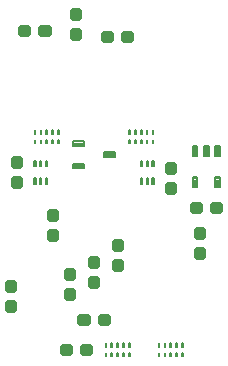
<source format=gbr>
G04 EAGLE Gerber RS-274X export*
G75*
%MOMM*%
%FSLAX34Y34*%
%LPD*%
%INSolderpaste Bottom*%
%IPPOS*%
%AMOC8*
5,1,8,0,0,1.08239X$1,22.5*%
G01*
%ADD10C,0.500000*%
%ADD11C,0.200000*%
%ADD12C,0.201000*%
%ADD13C,0.198000*%


D10*
X107500Y124500D02*
X107500Y118500D01*
X102500Y118500D01*
X102500Y124500D01*
X107500Y124500D01*
X107500Y123250D02*
X102500Y123250D01*
X107500Y135500D02*
X107500Y141500D01*
X107500Y135500D02*
X102500Y135500D01*
X102500Y141500D01*
X107500Y141500D01*
X107500Y140250D02*
X102500Y140250D01*
X-2500Y320500D02*
X-2500Y326500D01*
X2500Y326500D01*
X2500Y320500D01*
X-2500Y320500D01*
X-2500Y325250D02*
X2500Y325250D01*
X-2500Y309500D02*
X-2500Y303500D01*
X-2500Y309500D02*
X2500Y309500D01*
X2500Y303500D01*
X-2500Y303500D01*
X-2500Y308250D02*
X2500Y308250D01*
X23500Y302500D02*
X29500Y302500D01*
X23500Y302500D02*
X23500Y307500D01*
X29500Y307500D01*
X29500Y302500D01*
X29500Y307250D02*
X23500Y307250D01*
X40500Y302500D02*
X46500Y302500D01*
X40500Y302500D02*
X40500Y307500D01*
X46500Y307500D01*
X46500Y302500D01*
X46500Y307250D02*
X40500Y307250D01*
X-23500Y312500D02*
X-29500Y312500D01*
X-23500Y312500D02*
X-23500Y307500D01*
X-29500Y307500D01*
X-29500Y312500D01*
X-29500Y312250D02*
X-23500Y312250D01*
X-40500Y312500D02*
X-46500Y312500D01*
X-40500Y312500D02*
X-40500Y307500D01*
X-46500Y307500D01*
X-46500Y312500D01*
X-46500Y312250D02*
X-40500Y312250D01*
X-11500Y37500D02*
X-5500Y37500D01*
X-11500Y37500D02*
X-11500Y42500D01*
X-5500Y42500D01*
X-5500Y37500D01*
X-5500Y42250D02*
X-11500Y42250D01*
X5500Y37500D02*
X11500Y37500D01*
X5500Y37500D02*
X5500Y42500D01*
X11500Y42500D01*
X11500Y37500D01*
X11500Y42250D02*
X5500Y42250D01*
D11*
X24750Y45500D02*
X25250Y45500D01*
X25250Y42500D01*
X24750Y42500D01*
X24750Y45500D01*
X24750Y44400D02*
X25250Y44400D01*
X29750Y45500D02*
X30250Y45500D01*
X30250Y42500D01*
X29750Y42500D01*
X29750Y45500D01*
X29750Y44400D02*
X30250Y44400D01*
X34750Y45500D02*
X35250Y45500D01*
X35250Y42500D01*
X34750Y42500D01*
X34750Y45500D01*
X34750Y44400D02*
X35250Y44400D01*
X39750Y45500D02*
X40250Y45500D01*
X40250Y42500D01*
X39750Y42500D01*
X39750Y45500D01*
X39750Y44400D02*
X40250Y44400D01*
X44750Y45500D02*
X45250Y45500D01*
X45250Y42500D01*
X44750Y42500D01*
X44750Y45500D01*
X44750Y44400D02*
X45250Y44400D01*
X45250Y37500D02*
X44750Y37500D01*
X45250Y37500D02*
X45250Y34500D01*
X44750Y34500D01*
X44750Y37500D01*
X44750Y36400D02*
X45250Y36400D01*
X40250Y37500D02*
X39750Y37500D01*
X40250Y37500D02*
X40250Y34500D01*
X39750Y34500D01*
X39750Y37500D01*
X39750Y36400D02*
X40250Y36400D01*
X35250Y37500D02*
X34750Y37500D01*
X35250Y37500D02*
X35250Y34500D01*
X34750Y34500D01*
X34750Y37500D01*
X34750Y36400D02*
X35250Y36400D01*
X30250Y37500D02*
X29750Y37500D01*
X30250Y37500D02*
X30250Y34500D01*
X29750Y34500D01*
X29750Y37500D01*
X29750Y36400D02*
X30250Y36400D01*
X25250Y37500D02*
X24750Y37500D01*
X25250Y37500D02*
X25250Y34500D01*
X24750Y34500D01*
X24750Y37500D01*
X24750Y36400D02*
X25250Y36400D01*
X89750Y34500D02*
X90250Y34500D01*
X89750Y34500D02*
X89750Y37500D01*
X90250Y37500D01*
X90250Y34500D01*
X90250Y36400D02*
X89750Y36400D01*
X85250Y34500D02*
X84750Y34500D01*
X84750Y37500D01*
X85250Y37500D01*
X85250Y34500D01*
X85250Y36400D02*
X84750Y36400D01*
X80250Y34500D02*
X79750Y34500D01*
X79750Y37500D01*
X80250Y37500D01*
X80250Y34500D01*
X80250Y36400D02*
X79750Y36400D01*
X75250Y34500D02*
X74750Y34500D01*
X74750Y37500D01*
X75250Y37500D01*
X75250Y34500D01*
X75250Y36400D02*
X74750Y36400D01*
X70250Y34500D02*
X69750Y34500D01*
X69750Y37500D01*
X70250Y37500D01*
X70250Y34500D01*
X70250Y36400D02*
X69750Y36400D01*
X69750Y42500D02*
X70250Y42500D01*
X69750Y42500D02*
X69750Y45500D01*
X70250Y45500D01*
X70250Y42500D01*
X70250Y44400D02*
X69750Y44400D01*
X74750Y42500D02*
X75250Y42500D01*
X74750Y42500D02*
X74750Y45500D01*
X75250Y45500D01*
X75250Y42500D01*
X75250Y44400D02*
X74750Y44400D01*
X79750Y42500D02*
X80250Y42500D01*
X79750Y42500D02*
X79750Y45500D01*
X80250Y45500D01*
X80250Y42500D01*
X80250Y44400D02*
X79750Y44400D01*
X84750Y42500D02*
X85250Y42500D01*
X84750Y42500D02*
X84750Y45500D01*
X85250Y45500D01*
X85250Y42500D01*
X85250Y44400D02*
X84750Y44400D01*
X89750Y42500D02*
X90250Y42500D01*
X89750Y42500D02*
X89750Y45500D01*
X90250Y45500D01*
X90250Y42500D01*
X90250Y44400D02*
X89750Y44400D01*
D10*
X26500Y67500D02*
X20500Y67500D01*
X26500Y67500D02*
X26500Y62500D01*
X20500Y62500D01*
X20500Y67500D01*
X20500Y67250D02*
X26500Y67250D01*
X9500Y67500D02*
X3500Y67500D01*
X9500Y67500D02*
X9500Y62500D01*
X3500Y62500D01*
X3500Y67500D01*
X3500Y67250D02*
X9500Y67250D01*
X-52500Y73500D02*
X-52500Y79500D01*
X-52500Y73500D02*
X-57500Y73500D01*
X-57500Y79500D01*
X-52500Y79500D01*
X-52500Y78250D02*
X-57500Y78250D01*
X-52500Y90500D02*
X-52500Y96500D01*
X-52500Y90500D02*
X-57500Y90500D01*
X-57500Y96500D01*
X-52500Y96500D01*
X-52500Y95250D02*
X-57500Y95250D01*
X-22500Y150500D02*
X-22500Y156500D01*
X-17500Y156500D01*
X-17500Y150500D01*
X-22500Y150500D01*
X-22500Y155250D02*
X-17500Y155250D01*
X-22500Y139500D02*
X-22500Y133500D01*
X-22500Y139500D02*
X-17500Y139500D01*
X-17500Y133500D01*
X-22500Y133500D01*
X-22500Y138250D02*
X-17500Y138250D01*
X32500Y131500D02*
X32500Y125500D01*
X32500Y131500D02*
X37500Y131500D01*
X37500Y125500D01*
X32500Y125500D01*
X32500Y130250D02*
X37500Y130250D01*
X32500Y114500D02*
X32500Y108500D01*
X32500Y114500D02*
X37500Y114500D01*
X37500Y108500D01*
X32500Y108500D01*
X32500Y113250D02*
X37500Y113250D01*
D11*
X44750Y225500D02*
X45250Y225500D01*
X45250Y222500D01*
X44750Y222500D01*
X44750Y225500D01*
X44750Y224400D02*
X45250Y224400D01*
X49750Y225500D02*
X50250Y225500D01*
X50250Y222500D01*
X49750Y222500D01*
X49750Y225500D01*
X49750Y224400D02*
X50250Y224400D01*
X54750Y225500D02*
X55250Y225500D01*
X55250Y222500D01*
X54750Y222500D01*
X54750Y225500D01*
X54750Y224400D02*
X55250Y224400D01*
X59750Y225500D02*
X60250Y225500D01*
X60250Y222500D01*
X59750Y222500D01*
X59750Y225500D01*
X59750Y224400D02*
X60250Y224400D01*
X64750Y225500D02*
X65250Y225500D01*
X65250Y222500D01*
X64750Y222500D01*
X64750Y225500D01*
X64750Y224400D02*
X65250Y224400D01*
X65250Y217500D02*
X64750Y217500D01*
X65250Y217500D02*
X65250Y214500D01*
X64750Y214500D01*
X64750Y217500D01*
X64750Y216400D02*
X65250Y216400D01*
X60250Y217500D02*
X59750Y217500D01*
X60250Y217500D02*
X60250Y214500D01*
X59750Y214500D01*
X59750Y217500D01*
X59750Y216400D02*
X60250Y216400D01*
X55250Y217500D02*
X54750Y217500D01*
X55250Y217500D02*
X55250Y214500D01*
X54750Y214500D01*
X54750Y217500D01*
X54750Y216400D02*
X55250Y216400D01*
X50250Y217500D02*
X49750Y217500D01*
X50250Y217500D02*
X50250Y214500D01*
X49750Y214500D01*
X49750Y217500D01*
X49750Y216400D02*
X50250Y216400D01*
X45250Y217500D02*
X44750Y217500D01*
X45250Y217500D02*
X45250Y214500D01*
X44750Y214500D01*
X44750Y217500D01*
X44750Y216400D02*
X45250Y216400D01*
X-14750Y214500D02*
X-15250Y214500D01*
X-15250Y217500D01*
X-14750Y217500D01*
X-14750Y214500D01*
X-14750Y216400D02*
X-15250Y216400D01*
X-19750Y214500D02*
X-20250Y214500D01*
X-20250Y217500D01*
X-19750Y217500D01*
X-19750Y214500D01*
X-19750Y216400D02*
X-20250Y216400D01*
X-24750Y214500D02*
X-25250Y214500D01*
X-25250Y217500D01*
X-24750Y217500D01*
X-24750Y214500D01*
X-24750Y216400D02*
X-25250Y216400D01*
X-29750Y214500D02*
X-30250Y214500D01*
X-30250Y217500D01*
X-29750Y217500D01*
X-29750Y214500D01*
X-29750Y216400D02*
X-30250Y216400D01*
X-34750Y214500D02*
X-35250Y214500D01*
X-35250Y217500D01*
X-34750Y217500D01*
X-34750Y214500D01*
X-34750Y216400D02*
X-35250Y216400D01*
X-35250Y222500D02*
X-34750Y222500D01*
X-35250Y222500D02*
X-35250Y225500D01*
X-34750Y225500D01*
X-34750Y222500D01*
X-34750Y224400D02*
X-35250Y224400D01*
X-30250Y222500D02*
X-29750Y222500D01*
X-30250Y222500D02*
X-30250Y225500D01*
X-29750Y225500D01*
X-29750Y222500D01*
X-29750Y224400D02*
X-30250Y224400D01*
X-25250Y222500D02*
X-24750Y222500D01*
X-25250Y222500D02*
X-25250Y225500D01*
X-24750Y225500D01*
X-24750Y222500D01*
X-24750Y224400D02*
X-25250Y224400D01*
X-20250Y222500D02*
X-19750Y222500D01*
X-20250Y222500D02*
X-20250Y225500D01*
X-19750Y225500D01*
X-19750Y222500D01*
X-19750Y224400D02*
X-20250Y224400D01*
X-15250Y222500D02*
X-14750Y222500D01*
X-15250Y222500D02*
X-15250Y225500D01*
X-14750Y225500D01*
X-14750Y222500D01*
X-14750Y224400D02*
X-15250Y224400D01*
D10*
X-2500Y89500D02*
X-2500Y83500D01*
X-7500Y83500D01*
X-7500Y89500D01*
X-2500Y89500D01*
X-2500Y88250D02*
X-7500Y88250D01*
X-2500Y100500D02*
X-2500Y106500D01*
X-2500Y100500D02*
X-7500Y100500D01*
X-7500Y106500D01*
X-2500Y106500D01*
X-2500Y105250D02*
X-7500Y105250D01*
X12500Y110500D02*
X12500Y116500D01*
X17500Y116500D01*
X17500Y110500D01*
X12500Y110500D01*
X12500Y115250D02*
X17500Y115250D01*
X12500Y99500D02*
X12500Y93500D01*
X12500Y99500D02*
X17500Y99500D01*
X17500Y93500D01*
X12500Y93500D01*
X12500Y98250D02*
X17500Y98250D01*
D12*
X65495Y180255D02*
X65495Y184945D01*
X65495Y180255D02*
X64505Y180255D01*
X64505Y184945D01*
X65495Y184945D01*
X65495Y182164D02*
X64505Y182164D01*
X64505Y184073D02*
X65495Y184073D01*
X60495Y184945D02*
X60495Y180255D01*
X59505Y180255D01*
X59505Y184945D01*
X60495Y184945D01*
X60495Y182164D02*
X59505Y182164D01*
X59505Y184073D02*
X60495Y184073D01*
X55495Y184945D02*
X55495Y180255D01*
X54505Y180255D01*
X54505Y184945D01*
X55495Y184945D01*
X55495Y182164D02*
X54505Y182164D01*
X54505Y184073D02*
X55495Y184073D01*
X55495Y195055D02*
X55495Y199745D01*
X55495Y195055D02*
X54505Y195055D01*
X54505Y199745D01*
X55495Y199745D01*
X55495Y196964D02*
X54505Y196964D01*
X54505Y198873D02*
X55495Y198873D01*
X60495Y199745D02*
X60495Y195055D01*
X59505Y195055D01*
X59505Y199745D01*
X60495Y199745D01*
X60495Y196964D02*
X59505Y196964D01*
X59505Y198873D02*
X60495Y198873D01*
X65495Y199745D02*
X65495Y195055D01*
X64505Y195055D01*
X64505Y199745D01*
X65495Y199745D01*
X65495Y196964D02*
X64505Y196964D01*
X64505Y198873D02*
X65495Y198873D01*
X-24505Y184945D02*
X-24505Y180255D01*
X-25495Y180255D01*
X-25495Y184945D01*
X-24505Y184945D01*
X-24505Y182164D02*
X-25495Y182164D01*
X-25495Y184073D02*
X-24505Y184073D01*
X-29505Y184945D02*
X-29505Y180255D01*
X-30495Y180255D01*
X-30495Y184945D01*
X-29505Y184945D01*
X-29505Y182164D02*
X-30495Y182164D01*
X-30495Y184073D02*
X-29505Y184073D01*
X-34505Y184945D02*
X-34505Y180255D01*
X-35495Y180255D01*
X-35495Y184945D01*
X-34505Y184945D01*
X-34505Y182164D02*
X-35495Y182164D01*
X-35495Y184073D02*
X-34505Y184073D01*
X-34505Y195055D02*
X-34505Y199745D01*
X-34505Y195055D02*
X-35495Y195055D01*
X-35495Y199745D01*
X-34505Y199745D01*
X-34505Y196964D02*
X-35495Y196964D01*
X-35495Y198873D02*
X-34505Y198873D01*
X-29505Y199745D02*
X-29505Y195055D01*
X-30495Y195055D01*
X-30495Y199745D01*
X-29505Y199745D01*
X-29505Y196964D02*
X-30495Y196964D01*
X-30495Y198873D02*
X-29505Y198873D01*
X-24505Y199745D02*
X-24505Y195055D01*
X-25495Y195055D01*
X-25495Y199745D01*
X-24505Y199745D01*
X-24505Y196964D02*
X-25495Y196964D01*
X-25495Y198873D02*
X-24505Y198873D01*
D10*
X77500Y196500D02*
X77500Y190500D01*
X77500Y196500D02*
X82500Y196500D01*
X82500Y190500D01*
X77500Y190500D01*
X77500Y195250D02*
X82500Y195250D01*
X77500Y179500D02*
X77500Y173500D01*
X77500Y179500D02*
X82500Y179500D01*
X82500Y173500D01*
X77500Y173500D01*
X77500Y178250D02*
X82500Y178250D01*
X-52500Y195500D02*
X-52500Y201500D01*
X-47500Y201500D01*
X-47500Y195500D01*
X-52500Y195500D01*
X-52500Y200250D02*
X-47500Y200250D01*
X-52500Y184500D02*
X-52500Y178500D01*
X-52500Y184500D02*
X-47500Y184500D01*
X-47500Y178500D01*
X-52500Y178500D01*
X-52500Y183250D02*
X-47500Y183250D01*
D13*
X-2510Y193490D02*
X6510Y193490D01*
X-2510Y193490D02*
X-2510Y197510D01*
X6510Y197510D01*
X6510Y193490D01*
X6510Y195371D02*
X-2510Y195371D01*
X-2510Y197252D02*
X6510Y197252D01*
X6510Y212490D02*
X-2510Y212490D01*
X-2510Y216510D01*
X6510Y216510D01*
X6510Y212490D01*
X6510Y214371D02*
X-2510Y214371D01*
X-2510Y216252D02*
X6510Y216252D01*
X23490Y202990D02*
X32510Y202990D01*
X23490Y202990D02*
X23490Y207010D01*
X32510Y207010D01*
X32510Y202990D01*
X32510Y204871D02*
X23490Y204871D01*
X23490Y206752D02*
X32510Y206752D01*
X98490Y203490D02*
X98490Y212510D01*
X102510Y212510D01*
X102510Y203490D01*
X98490Y203490D01*
X98490Y205371D02*
X102510Y205371D01*
X102510Y207252D02*
X98490Y207252D01*
X98490Y209133D02*
X102510Y209133D01*
X102510Y211014D02*
X98490Y211014D01*
X107990Y212510D02*
X107990Y203490D01*
X107990Y212510D02*
X112010Y212510D01*
X112010Y203490D01*
X107990Y203490D01*
X107990Y205371D02*
X112010Y205371D01*
X112010Y207252D02*
X107990Y207252D01*
X107990Y209133D02*
X112010Y209133D01*
X112010Y211014D02*
X107990Y211014D01*
X117490Y212510D02*
X117490Y203490D01*
X117490Y212510D02*
X121510Y212510D01*
X121510Y203490D01*
X117490Y203490D01*
X117490Y205371D02*
X121510Y205371D01*
X121510Y207252D02*
X117490Y207252D01*
X117490Y209133D02*
X121510Y209133D01*
X121510Y211014D02*
X117490Y211014D01*
X117490Y186510D02*
X117490Y177490D01*
X117490Y186510D02*
X121510Y186510D01*
X121510Y177490D01*
X117490Y177490D01*
X117490Y179371D02*
X121510Y179371D01*
X121510Y181252D02*
X117490Y181252D01*
X117490Y183133D02*
X121510Y183133D01*
X121510Y185014D02*
X117490Y185014D01*
X98490Y186510D02*
X98490Y177490D01*
X98490Y186510D02*
X102510Y186510D01*
X102510Y177490D01*
X98490Y177490D01*
X98490Y179371D02*
X102510Y179371D01*
X102510Y181252D02*
X98490Y181252D01*
X98490Y183133D02*
X102510Y183133D01*
X102510Y185014D02*
X98490Y185014D01*
D10*
X115500Y162500D02*
X121500Y162500D01*
X121500Y157500D01*
X115500Y157500D01*
X115500Y162500D01*
X115500Y162250D02*
X121500Y162250D01*
X104500Y162500D02*
X98500Y162500D01*
X104500Y162500D02*
X104500Y157500D01*
X98500Y157500D01*
X98500Y162500D01*
X98500Y162250D02*
X104500Y162250D01*
M02*

</source>
